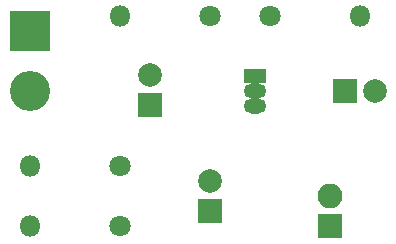
<source format=gbr>
G04 #@! TF.FileFunction,Soldermask,Bot*
%FSLAX46Y46*%
G04 Gerber Fmt 4.6, Leading zero omitted, Abs format (unit mm)*
G04 Created by KiCad (PCBNEW 4.0.7) date 06/12/18 10:28:29*
%MOMM*%
%LPD*%
G01*
G04 APERTURE LIST*
%ADD10C,0.100000*%
%ADD11R,2.100000X2.100000*%
%ADD12O,2.100000X2.100000*%
%ADD13R,2.000000X2.000000*%
%ADD14C,2.000000*%
%ADD15R,3.400000X3.400000*%
%ADD16C,3.400000*%
%ADD17O,1.900000X1.300000*%
%ADD18R,1.900000X1.300000*%
%ADD19C,1.800000*%
%ADD20O,1.800000X1.800000*%
G04 APERTURE END LIST*
D10*
D11*
X182880000Y-129540000D03*
D12*
X182880000Y-127000000D03*
D13*
X184190000Y-118110000D03*
D14*
X186690000Y-118110000D03*
D13*
X172720000Y-128270000D03*
D14*
X172720000Y-125770000D03*
D13*
X167640000Y-119300000D03*
D14*
X167640000Y-116800000D03*
D15*
X157480000Y-113030000D03*
D16*
X157480000Y-118110000D03*
D17*
X176530000Y-118110000D03*
X176530000Y-119380000D03*
D18*
X176530000Y-116840000D03*
D19*
X177800000Y-111760000D03*
D20*
X185420000Y-111760000D03*
D19*
X165100000Y-124460000D03*
D20*
X157480000Y-124460000D03*
D19*
X172720000Y-111760000D03*
D20*
X165100000Y-111760000D03*
D19*
X165100000Y-129540000D03*
D20*
X157480000Y-129540000D03*
M02*

</source>
